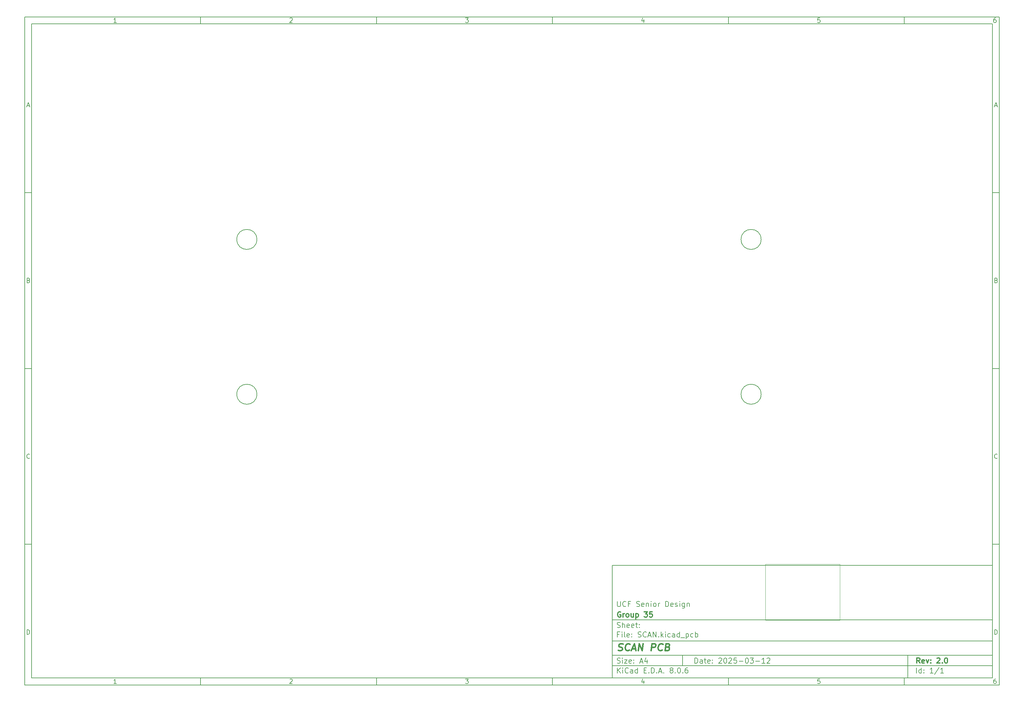
<source format=gbr>
G04 #@! TF.GenerationSoftware,KiCad,Pcbnew,8.0.6*
G04 #@! TF.CreationDate,2025-03-13T06:21:31-04:00*
G04 #@! TF.ProjectId,SCAN,5343414e-2e6b-4696-9361-645f70636258,2.0*
G04 #@! TF.SameCoordinates,Original*
G04 #@! TF.FileFunction,Other,Comment*
%FSLAX46Y46*%
G04 Gerber Fmt 4.6, Leading zero omitted, Abs format (unit mm)*
G04 Created by KiCad (PCBNEW 8.0.6) date 2025-03-13 06:21:31*
%MOMM*%
%LPD*%
G01*
G04 APERTURE LIST*
%ADD10C,0.100000*%
%ADD11C,0.150000*%
%ADD12C,0.300000*%
%ADD13C,0.400000*%
G04 APERTURE END LIST*
D10*
X220538867Y-165653700D02*
X220538867Y-181528700D01*
X241705533Y-181528700D01*
X241705533Y-165653700D01*
X220538867Y-165653700D01*
D11*
X177002200Y-166007200D02*
X285002200Y-166007200D01*
X285002200Y-198007200D01*
X177002200Y-198007200D01*
X177002200Y-166007200D01*
D10*
D11*
X10000000Y-10000000D02*
X287002200Y-10000000D01*
X287002200Y-200007200D01*
X10000000Y-200007200D01*
X10000000Y-10000000D01*
D10*
D11*
X12000000Y-12000000D02*
X285002200Y-12000000D01*
X285002200Y-198007200D01*
X12000000Y-198007200D01*
X12000000Y-12000000D01*
D10*
D11*
X60000000Y-12000000D02*
X60000000Y-10000000D01*
D10*
D11*
X110000000Y-12000000D02*
X110000000Y-10000000D01*
D10*
D11*
X160000000Y-12000000D02*
X160000000Y-10000000D01*
D10*
D11*
X210000000Y-12000000D02*
X210000000Y-10000000D01*
D10*
D11*
X260000000Y-12000000D02*
X260000000Y-10000000D01*
D10*
D11*
X36089160Y-11593604D02*
X35346303Y-11593604D01*
X35717731Y-11593604D02*
X35717731Y-10293604D01*
X35717731Y-10293604D02*
X35593922Y-10479319D01*
X35593922Y-10479319D02*
X35470112Y-10603128D01*
X35470112Y-10603128D02*
X35346303Y-10665033D01*
D10*
D11*
X85346303Y-10417414D02*
X85408207Y-10355509D01*
X85408207Y-10355509D02*
X85532017Y-10293604D01*
X85532017Y-10293604D02*
X85841541Y-10293604D01*
X85841541Y-10293604D02*
X85965350Y-10355509D01*
X85965350Y-10355509D02*
X86027255Y-10417414D01*
X86027255Y-10417414D02*
X86089160Y-10541223D01*
X86089160Y-10541223D02*
X86089160Y-10665033D01*
X86089160Y-10665033D02*
X86027255Y-10850747D01*
X86027255Y-10850747D02*
X85284398Y-11593604D01*
X85284398Y-11593604D02*
X86089160Y-11593604D01*
D10*
D11*
X135284398Y-10293604D02*
X136089160Y-10293604D01*
X136089160Y-10293604D02*
X135655826Y-10788842D01*
X135655826Y-10788842D02*
X135841541Y-10788842D01*
X135841541Y-10788842D02*
X135965350Y-10850747D01*
X135965350Y-10850747D02*
X136027255Y-10912652D01*
X136027255Y-10912652D02*
X136089160Y-11036461D01*
X136089160Y-11036461D02*
X136089160Y-11345985D01*
X136089160Y-11345985D02*
X136027255Y-11469795D01*
X136027255Y-11469795D02*
X135965350Y-11531700D01*
X135965350Y-11531700D02*
X135841541Y-11593604D01*
X135841541Y-11593604D02*
X135470112Y-11593604D01*
X135470112Y-11593604D02*
X135346303Y-11531700D01*
X135346303Y-11531700D02*
X135284398Y-11469795D01*
D10*
D11*
X185965350Y-10726938D02*
X185965350Y-11593604D01*
X185655826Y-10231700D02*
X185346303Y-11160271D01*
X185346303Y-11160271D02*
X186151064Y-11160271D01*
D10*
D11*
X236027255Y-10293604D02*
X235408207Y-10293604D01*
X235408207Y-10293604D02*
X235346303Y-10912652D01*
X235346303Y-10912652D02*
X235408207Y-10850747D01*
X235408207Y-10850747D02*
X235532017Y-10788842D01*
X235532017Y-10788842D02*
X235841541Y-10788842D01*
X235841541Y-10788842D02*
X235965350Y-10850747D01*
X235965350Y-10850747D02*
X236027255Y-10912652D01*
X236027255Y-10912652D02*
X236089160Y-11036461D01*
X236089160Y-11036461D02*
X236089160Y-11345985D01*
X236089160Y-11345985D02*
X236027255Y-11469795D01*
X236027255Y-11469795D02*
X235965350Y-11531700D01*
X235965350Y-11531700D02*
X235841541Y-11593604D01*
X235841541Y-11593604D02*
X235532017Y-11593604D01*
X235532017Y-11593604D02*
X235408207Y-11531700D01*
X235408207Y-11531700D02*
X235346303Y-11469795D01*
D10*
D11*
X285965350Y-10293604D02*
X285717731Y-10293604D01*
X285717731Y-10293604D02*
X285593922Y-10355509D01*
X285593922Y-10355509D02*
X285532017Y-10417414D01*
X285532017Y-10417414D02*
X285408207Y-10603128D01*
X285408207Y-10603128D02*
X285346303Y-10850747D01*
X285346303Y-10850747D02*
X285346303Y-11345985D01*
X285346303Y-11345985D02*
X285408207Y-11469795D01*
X285408207Y-11469795D02*
X285470112Y-11531700D01*
X285470112Y-11531700D02*
X285593922Y-11593604D01*
X285593922Y-11593604D02*
X285841541Y-11593604D01*
X285841541Y-11593604D02*
X285965350Y-11531700D01*
X285965350Y-11531700D02*
X286027255Y-11469795D01*
X286027255Y-11469795D02*
X286089160Y-11345985D01*
X286089160Y-11345985D02*
X286089160Y-11036461D01*
X286089160Y-11036461D02*
X286027255Y-10912652D01*
X286027255Y-10912652D02*
X285965350Y-10850747D01*
X285965350Y-10850747D02*
X285841541Y-10788842D01*
X285841541Y-10788842D02*
X285593922Y-10788842D01*
X285593922Y-10788842D02*
X285470112Y-10850747D01*
X285470112Y-10850747D02*
X285408207Y-10912652D01*
X285408207Y-10912652D02*
X285346303Y-11036461D01*
D10*
D11*
X60000000Y-198007200D02*
X60000000Y-200007200D01*
D10*
D11*
X110000000Y-198007200D02*
X110000000Y-200007200D01*
D10*
D11*
X160000000Y-198007200D02*
X160000000Y-200007200D01*
D10*
D11*
X210000000Y-198007200D02*
X210000000Y-200007200D01*
D10*
D11*
X260000000Y-198007200D02*
X260000000Y-200007200D01*
D10*
D11*
X36089160Y-199600804D02*
X35346303Y-199600804D01*
X35717731Y-199600804D02*
X35717731Y-198300804D01*
X35717731Y-198300804D02*
X35593922Y-198486519D01*
X35593922Y-198486519D02*
X35470112Y-198610328D01*
X35470112Y-198610328D02*
X35346303Y-198672233D01*
D10*
D11*
X85346303Y-198424614D02*
X85408207Y-198362709D01*
X85408207Y-198362709D02*
X85532017Y-198300804D01*
X85532017Y-198300804D02*
X85841541Y-198300804D01*
X85841541Y-198300804D02*
X85965350Y-198362709D01*
X85965350Y-198362709D02*
X86027255Y-198424614D01*
X86027255Y-198424614D02*
X86089160Y-198548423D01*
X86089160Y-198548423D02*
X86089160Y-198672233D01*
X86089160Y-198672233D02*
X86027255Y-198857947D01*
X86027255Y-198857947D02*
X85284398Y-199600804D01*
X85284398Y-199600804D02*
X86089160Y-199600804D01*
D10*
D11*
X135284398Y-198300804D02*
X136089160Y-198300804D01*
X136089160Y-198300804D02*
X135655826Y-198796042D01*
X135655826Y-198796042D02*
X135841541Y-198796042D01*
X135841541Y-198796042D02*
X135965350Y-198857947D01*
X135965350Y-198857947D02*
X136027255Y-198919852D01*
X136027255Y-198919852D02*
X136089160Y-199043661D01*
X136089160Y-199043661D02*
X136089160Y-199353185D01*
X136089160Y-199353185D02*
X136027255Y-199476995D01*
X136027255Y-199476995D02*
X135965350Y-199538900D01*
X135965350Y-199538900D02*
X135841541Y-199600804D01*
X135841541Y-199600804D02*
X135470112Y-199600804D01*
X135470112Y-199600804D02*
X135346303Y-199538900D01*
X135346303Y-199538900D02*
X135284398Y-199476995D01*
D10*
D11*
X185965350Y-198734138D02*
X185965350Y-199600804D01*
X185655826Y-198238900D02*
X185346303Y-199167471D01*
X185346303Y-199167471D02*
X186151064Y-199167471D01*
D10*
D11*
X236027255Y-198300804D02*
X235408207Y-198300804D01*
X235408207Y-198300804D02*
X235346303Y-198919852D01*
X235346303Y-198919852D02*
X235408207Y-198857947D01*
X235408207Y-198857947D02*
X235532017Y-198796042D01*
X235532017Y-198796042D02*
X235841541Y-198796042D01*
X235841541Y-198796042D02*
X235965350Y-198857947D01*
X235965350Y-198857947D02*
X236027255Y-198919852D01*
X236027255Y-198919852D02*
X236089160Y-199043661D01*
X236089160Y-199043661D02*
X236089160Y-199353185D01*
X236089160Y-199353185D02*
X236027255Y-199476995D01*
X236027255Y-199476995D02*
X235965350Y-199538900D01*
X235965350Y-199538900D02*
X235841541Y-199600804D01*
X235841541Y-199600804D02*
X235532017Y-199600804D01*
X235532017Y-199600804D02*
X235408207Y-199538900D01*
X235408207Y-199538900D02*
X235346303Y-199476995D01*
D10*
D11*
X285965350Y-198300804D02*
X285717731Y-198300804D01*
X285717731Y-198300804D02*
X285593922Y-198362709D01*
X285593922Y-198362709D02*
X285532017Y-198424614D01*
X285532017Y-198424614D02*
X285408207Y-198610328D01*
X285408207Y-198610328D02*
X285346303Y-198857947D01*
X285346303Y-198857947D02*
X285346303Y-199353185D01*
X285346303Y-199353185D02*
X285408207Y-199476995D01*
X285408207Y-199476995D02*
X285470112Y-199538900D01*
X285470112Y-199538900D02*
X285593922Y-199600804D01*
X285593922Y-199600804D02*
X285841541Y-199600804D01*
X285841541Y-199600804D02*
X285965350Y-199538900D01*
X285965350Y-199538900D02*
X286027255Y-199476995D01*
X286027255Y-199476995D02*
X286089160Y-199353185D01*
X286089160Y-199353185D02*
X286089160Y-199043661D01*
X286089160Y-199043661D02*
X286027255Y-198919852D01*
X286027255Y-198919852D02*
X285965350Y-198857947D01*
X285965350Y-198857947D02*
X285841541Y-198796042D01*
X285841541Y-198796042D02*
X285593922Y-198796042D01*
X285593922Y-198796042D02*
X285470112Y-198857947D01*
X285470112Y-198857947D02*
X285408207Y-198919852D01*
X285408207Y-198919852D02*
X285346303Y-199043661D01*
D10*
D11*
X10000000Y-60000000D02*
X12000000Y-60000000D01*
D10*
D11*
X10000000Y-110000000D02*
X12000000Y-110000000D01*
D10*
D11*
X10000000Y-160000000D02*
X12000000Y-160000000D01*
D10*
D11*
X10690476Y-35222176D02*
X11309523Y-35222176D01*
X10566666Y-35593604D02*
X10999999Y-34293604D01*
X10999999Y-34293604D02*
X11433333Y-35593604D01*
D10*
D11*
X11092857Y-84912652D02*
X11278571Y-84974557D01*
X11278571Y-84974557D02*
X11340476Y-85036461D01*
X11340476Y-85036461D02*
X11402380Y-85160271D01*
X11402380Y-85160271D02*
X11402380Y-85345985D01*
X11402380Y-85345985D02*
X11340476Y-85469795D01*
X11340476Y-85469795D02*
X11278571Y-85531700D01*
X11278571Y-85531700D02*
X11154761Y-85593604D01*
X11154761Y-85593604D02*
X10659523Y-85593604D01*
X10659523Y-85593604D02*
X10659523Y-84293604D01*
X10659523Y-84293604D02*
X11092857Y-84293604D01*
X11092857Y-84293604D02*
X11216666Y-84355509D01*
X11216666Y-84355509D02*
X11278571Y-84417414D01*
X11278571Y-84417414D02*
X11340476Y-84541223D01*
X11340476Y-84541223D02*
X11340476Y-84665033D01*
X11340476Y-84665033D02*
X11278571Y-84788842D01*
X11278571Y-84788842D02*
X11216666Y-84850747D01*
X11216666Y-84850747D02*
X11092857Y-84912652D01*
X11092857Y-84912652D02*
X10659523Y-84912652D01*
D10*
D11*
X11402380Y-135469795D02*
X11340476Y-135531700D01*
X11340476Y-135531700D02*
X11154761Y-135593604D01*
X11154761Y-135593604D02*
X11030952Y-135593604D01*
X11030952Y-135593604D02*
X10845238Y-135531700D01*
X10845238Y-135531700D02*
X10721428Y-135407890D01*
X10721428Y-135407890D02*
X10659523Y-135284080D01*
X10659523Y-135284080D02*
X10597619Y-135036461D01*
X10597619Y-135036461D02*
X10597619Y-134850747D01*
X10597619Y-134850747D02*
X10659523Y-134603128D01*
X10659523Y-134603128D02*
X10721428Y-134479319D01*
X10721428Y-134479319D02*
X10845238Y-134355509D01*
X10845238Y-134355509D02*
X11030952Y-134293604D01*
X11030952Y-134293604D02*
X11154761Y-134293604D01*
X11154761Y-134293604D02*
X11340476Y-134355509D01*
X11340476Y-134355509D02*
X11402380Y-134417414D01*
D10*
D11*
X10659523Y-185593604D02*
X10659523Y-184293604D01*
X10659523Y-184293604D02*
X10969047Y-184293604D01*
X10969047Y-184293604D02*
X11154761Y-184355509D01*
X11154761Y-184355509D02*
X11278571Y-184479319D01*
X11278571Y-184479319D02*
X11340476Y-184603128D01*
X11340476Y-184603128D02*
X11402380Y-184850747D01*
X11402380Y-184850747D02*
X11402380Y-185036461D01*
X11402380Y-185036461D02*
X11340476Y-185284080D01*
X11340476Y-185284080D02*
X11278571Y-185407890D01*
X11278571Y-185407890D02*
X11154761Y-185531700D01*
X11154761Y-185531700D02*
X10969047Y-185593604D01*
X10969047Y-185593604D02*
X10659523Y-185593604D01*
D10*
D11*
X287002200Y-60000000D02*
X285002200Y-60000000D01*
D10*
D11*
X287002200Y-110000000D02*
X285002200Y-110000000D01*
D10*
D11*
X287002200Y-160000000D02*
X285002200Y-160000000D01*
D10*
D11*
X285692676Y-35222176D02*
X286311723Y-35222176D01*
X285568866Y-35593604D02*
X286002199Y-34293604D01*
X286002199Y-34293604D02*
X286435533Y-35593604D01*
D10*
D11*
X286095057Y-84912652D02*
X286280771Y-84974557D01*
X286280771Y-84974557D02*
X286342676Y-85036461D01*
X286342676Y-85036461D02*
X286404580Y-85160271D01*
X286404580Y-85160271D02*
X286404580Y-85345985D01*
X286404580Y-85345985D02*
X286342676Y-85469795D01*
X286342676Y-85469795D02*
X286280771Y-85531700D01*
X286280771Y-85531700D02*
X286156961Y-85593604D01*
X286156961Y-85593604D02*
X285661723Y-85593604D01*
X285661723Y-85593604D02*
X285661723Y-84293604D01*
X285661723Y-84293604D02*
X286095057Y-84293604D01*
X286095057Y-84293604D02*
X286218866Y-84355509D01*
X286218866Y-84355509D02*
X286280771Y-84417414D01*
X286280771Y-84417414D02*
X286342676Y-84541223D01*
X286342676Y-84541223D02*
X286342676Y-84665033D01*
X286342676Y-84665033D02*
X286280771Y-84788842D01*
X286280771Y-84788842D02*
X286218866Y-84850747D01*
X286218866Y-84850747D02*
X286095057Y-84912652D01*
X286095057Y-84912652D02*
X285661723Y-84912652D01*
D10*
D11*
X286404580Y-135469795D02*
X286342676Y-135531700D01*
X286342676Y-135531700D02*
X286156961Y-135593604D01*
X286156961Y-135593604D02*
X286033152Y-135593604D01*
X286033152Y-135593604D02*
X285847438Y-135531700D01*
X285847438Y-135531700D02*
X285723628Y-135407890D01*
X285723628Y-135407890D02*
X285661723Y-135284080D01*
X285661723Y-135284080D02*
X285599819Y-135036461D01*
X285599819Y-135036461D02*
X285599819Y-134850747D01*
X285599819Y-134850747D02*
X285661723Y-134603128D01*
X285661723Y-134603128D02*
X285723628Y-134479319D01*
X285723628Y-134479319D02*
X285847438Y-134355509D01*
X285847438Y-134355509D02*
X286033152Y-134293604D01*
X286033152Y-134293604D02*
X286156961Y-134293604D01*
X286156961Y-134293604D02*
X286342676Y-134355509D01*
X286342676Y-134355509D02*
X286404580Y-134417414D01*
D10*
D11*
X285661723Y-185593604D02*
X285661723Y-184293604D01*
X285661723Y-184293604D02*
X285971247Y-184293604D01*
X285971247Y-184293604D02*
X286156961Y-184355509D01*
X286156961Y-184355509D02*
X286280771Y-184479319D01*
X286280771Y-184479319D02*
X286342676Y-184603128D01*
X286342676Y-184603128D02*
X286404580Y-184850747D01*
X286404580Y-184850747D02*
X286404580Y-185036461D01*
X286404580Y-185036461D02*
X286342676Y-185284080D01*
X286342676Y-185284080D02*
X286280771Y-185407890D01*
X286280771Y-185407890D02*
X286156961Y-185531700D01*
X286156961Y-185531700D02*
X285971247Y-185593604D01*
X285971247Y-185593604D02*
X285661723Y-185593604D01*
D10*
D11*
X200458026Y-193793328D02*
X200458026Y-192293328D01*
X200458026Y-192293328D02*
X200815169Y-192293328D01*
X200815169Y-192293328D02*
X201029455Y-192364757D01*
X201029455Y-192364757D02*
X201172312Y-192507614D01*
X201172312Y-192507614D02*
X201243741Y-192650471D01*
X201243741Y-192650471D02*
X201315169Y-192936185D01*
X201315169Y-192936185D02*
X201315169Y-193150471D01*
X201315169Y-193150471D02*
X201243741Y-193436185D01*
X201243741Y-193436185D02*
X201172312Y-193579042D01*
X201172312Y-193579042D02*
X201029455Y-193721900D01*
X201029455Y-193721900D02*
X200815169Y-193793328D01*
X200815169Y-193793328D02*
X200458026Y-193793328D01*
X202600884Y-193793328D02*
X202600884Y-193007614D01*
X202600884Y-193007614D02*
X202529455Y-192864757D01*
X202529455Y-192864757D02*
X202386598Y-192793328D01*
X202386598Y-192793328D02*
X202100884Y-192793328D01*
X202100884Y-192793328D02*
X201958026Y-192864757D01*
X202600884Y-193721900D02*
X202458026Y-193793328D01*
X202458026Y-193793328D02*
X202100884Y-193793328D01*
X202100884Y-193793328D02*
X201958026Y-193721900D01*
X201958026Y-193721900D02*
X201886598Y-193579042D01*
X201886598Y-193579042D02*
X201886598Y-193436185D01*
X201886598Y-193436185D02*
X201958026Y-193293328D01*
X201958026Y-193293328D02*
X202100884Y-193221900D01*
X202100884Y-193221900D02*
X202458026Y-193221900D01*
X202458026Y-193221900D02*
X202600884Y-193150471D01*
X203100884Y-192793328D02*
X203672312Y-192793328D01*
X203315169Y-192293328D02*
X203315169Y-193579042D01*
X203315169Y-193579042D02*
X203386598Y-193721900D01*
X203386598Y-193721900D02*
X203529455Y-193793328D01*
X203529455Y-193793328D02*
X203672312Y-193793328D01*
X204743741Y-193721900D02*
X204600884Y-193793328D01*
X204600884Y-193793328D02*
X204315170Y-193793328D01*
X204315170Y-193793328D02*
X204172312Y-193721900D01*
X204172312Y-193721900D02*
X204100884Y-193579042D01*
X204100884Y-193579042D02*
X204100884Y-193007614D01*
X204100884Y-193007614D02*
X204172312Y-192864757D01*
X204172312Y-192864757D02*
X204315170Y-192793328D01*
X204315170Y-192793328D02*
X204600884Y-192793328D01*
X204600884Y-192793328D02*
X204743741Y-192864757D01*
X204743741Y-192864757D02*
X204815170Y-193007614D01*
X204815170Y-193007614D02*
X204815170Y-193150471D01*
X204815170Y-193150471D02*
X204100884Y-193293328D01*
X205458026Y-193650471D02*
X205529455Y-193721900D01*
X205529455Y-193721900D02*
X205458026Y-193793328D01*
X205458026Y-193793328D02*
X205386598Y-193721900D01*
X205386598Y-193721900D02*
X205458026Y-193650471D01*
X205458026Y-193650471D02*
X205458026Y-193793328D01*
X205458026Y-192864757D02*
X205529455Y-192936185D01*
X205529455Y-192936185D02*
X205458026Y-193007614D01*
X205458026Y-193007614D02*
X205386598Y-192936185D01*
X205386598Y-192936185D02*
X205458026Y-192864757D01*
X205458026Y-192864757D02*
X205458026Y-193007614D01*
X207243741Y-192436185D02*
X207315169Y-192364757D01*
X207315169Y-192364757D02*
X207458027Y-192293328D01*
X207458027Y-192293328D02*
X207815169Y-192293328D01*
X207815169Y-192293328D02*
X207958027Y-192364757D01*
X207958027Y-192364757D02*
X208029455Y-192436185D01*
X208029455Y-192436185D02*
X208100884Y-192579042D01*
X208100884Y-192579042D02*
X208100884Y-192721900D01*
X208100884Y-192721900D02*
X208029455Y-192936185D01*
X208029455Y-192936185D02*
X207172312Y-193793328D01*
X207172312Y-193793328D02*
X208100884Y-193793328D01*
X209029455Y-192293328D02*
X209172312Y-192293328D01*
X209172312Y-192293328D02*
X209315169Y-192364757D01*
X209315169Y-192364757D02*
X209386598Y-192436185D01*
X209386598Y-192436185D02*
X209458026Y-192579042D01*
X209458026Y-192579042D02*
X209529455Y-192864757D01*
X209529455Y-192864757D02*
X209529455Y-193221900D01*
X209529455Y-193221900D02*
X209458026Y-193507614D01*
X209458026Y-193507614D02*
X209386598Y-193650471D01*
X209386598Y-193650471D02*
X209315169Y-193721900D01*
X209315169Y-193721900D02*
X209172312Y-193793328D01*
X209172312Y-193793328D02*
X209029455Y-193793328D01*
X209029455Y-193793328D02*
X208886598Y-193721900D01*
X208886598Y-193721900D02*
X208815169Y-193650471D01*
X208815169Y-193650471D02*
X208743740Y-193507614D01*
X208743740Y-193507614D02*
X208672312Y-193221900D01*
X208672312Y-193221900D02*
X208672312Y-192864757D01*
X208672312Y-192864757D02*
X208743740Y-192579042D01*
X208743740Y-192579042D02*
X208815169Y-192436185D01*
X208815169Y-192436185D02*
X208886598Y-192364757D01*
X208886598Y-192364757D02*
X209029455Y-192293328D01*
X210100883Y-192436185D02*
X210172311Y-192364757D01*
X210172311Y-192364757D02*
X210315169Y-192293328D01*
X210315169Y-192293328D02*
X210672311Y-192293328D01*
X210672311Y-192293328D02*
X210815169Y-192364757D01*
X210815169Y-192364757D02*
X210886597Y-192436185D01*
X210886597Y-192436185D02*
X210958026Y-192579042D01*
X210958026Y-192579042D02*
X210958026Y-192721900D01*
X210958026Y-192721900D02*
X210886597Y-192936185D01*
X210886597Y-192936185D02*
X210029454Y-193793328D01*
X210029454Y-193793328D02*
X210958026Y-193793328D01*
X212315168Y-192293328D02*
X211600882Y-192293328D01*
X211600882Y-192293328D02*
X211529454Y-193007614D01*
X211529454Y-193007614D02*
X211600882Y-192936185D01*
X211600882Y-192936185D02*
X211743740Y-192864757D01*
X211743740Y-192864757D02*
X212100882Y-192864757D01*
X212100882Y-192864757D02*
X212243740Y-192936185D01*
X212243740Y-192936185D02*
X212315168Y-193007614D01*
X212315168Y-193007614D02*
X212386597Y-193150471D01*
X212386597Y-193150471D02*
X212386597Y-193507614D01*
X212386597Y-193507614D02*
X212315168Y-193650471D01*
X212315168Y-193650471D02*
X212243740Y-193721900D01*
X212243740Y-193721900D02*
X212100882Y-193793328D01*
X212100882Y-193793328D02*
X211743740Y-193793328D01*
X211743740Y-193793328D02*
X211600882Y-193721900D01*
X211600882Y-193721900D02*
X211529454Y-193650471D01*
X213029453Y-193221900D02*
X214172311Y-193221900D01*
X215172311Y-192293328D02*
X215315168Y-192293328D01*
X215315168Y-192293328D02*
X215458025Y-192364757D01*
X215458025Y-192364757D02*
X215529454Y-192436185D01*
X215529454Y-192436185D02*
X215600882Y-192579042D01*
X215600882Y-192579042D02*
X215672311Y-192864757D01*
X215672311Y-192864757D02*
X215672311Y-193221900D01*
X215672311Y-193221900D02*
X215600882Y-193507614D01*
X215600882Y-193507614D02*
X215529454Y-193650471D01*
X215529454Y-193650471D02*
X215458025Y-193721900D01*
X215458025Y-193721900D02*
X215315168Y-193793328D01*
X215315168Y-193793328D02*
X215172311Y-193793328D01*
X215172311Y-193793328D02*
X215029454Y-193721900D01*
X215029454Y-193721900D02*
X214958025Y-193650471D01*
X214958025Y-193650471D02*
X214886596Y-193507614D01*
X214886596Y-193507614D02*
X214815168Y-193221900D01*
X214815168Y-193221900D02*
X214815168Y-192864757D01*
X214815168Y-192864757D02*
X214886596Y-192579042D01*
X214886596Y-192579042D02*
X214958025Y-192436185D01*
X214958025Y-192436185D02*
X215029454Y-192364757D01*
X215029454Y-192364757D02*
X215172311Y-192293328D01*
X216172310Y-192293328D02*
X217100882Y-192293328D01*
X217100882Y-192293328D02*
X216600882Y-192864757D01*
X216600882Y-192864757D02*
X216815167Y-192864757D01*
X216815167Y-192864757D02*
X216958025Y-192936185D01*
X216958025Y-192936185D02*
X217029453Y-193007614D01*
X217029453Y-193007614D02*
X217100882Y-193150471D01*
X217100882Y-193150471D02*
X217100882Y-193507614D01*
X217100882Y-193507614D02*
X217029453Y-193650471D01*
X217029453Y-193650471D02*
X216958025Y-193721900D01*
X216958025Y-193721900D02*
X216815167Y-193793328D01*
X216815167Y-193793328D02*
X216386596Y-193793328D01*
X216386596Y-193793328D02*
X216243739Y-193721900D01*
X216243739Y-193721900D02*
X216172310Y-193650471D01*
X217743738Y-193221900D02*
X218886596Y-193221900D01*
X220386596Y-193793328D02*
X219529453Y-193793328D01*
X219958024Y-193793328D02*
X219958024Y-192293328D01*
X219958024Y-192293328D02*
X219815167Y-192507614D01*
X219815167Y-192507614D02*
X219672310Y-192650471D01*
X219672310Y-192650471D02*
X219529453Y-192721900D01*
X220958024Y-192436185D02*
X221029452Y-192364757D01*
X221029452Y-192364757D02*
X221172310Y-192293328D01*
X221172310Y-192293328D02*
X221529452Y-192293328D01*
X221529452Y-192293328D02*
X221672310Y-192364757D01*
X221672310Y-192364757D02*
X221743738Y-192436185D01*
X221743738Y-192436185D02*
X221815167Y-192579042D01*
X221815167Y-192579042D02*
X221815167Y-192721900D01*
X221815167Y-192721900D02*
X221743738Y-192936185D01*
X221743738Y-192936185D02*
X220886595Y-193793328D01*
X220886595Y-193793328D02*
X221815167Y-193793328D01*
D10*
D11*
X177002200Y-194507200D02*
X285002200Y-194507200D01*
D10*
D11*
X178458026Y-196593328D02*
X178458026Y-195093328D01*
X179315169Y-196593328D02*
X178672312Y-195736185D01*
X179315169Y-195093328D02*
X178458026Y-195950471D01*
X179958026Y-196593328D02*
X179958026Y-195593328D01*
X179958026Y-195093328D02*
X179886598Y-195164757D01*
X179886598Y-195164757D02*
X179958026Y-195236185D01*
X179958026Y-195236185D02*
X180029455Y-195164757D01*
X180029455Y-195164757D02*
X179958026Y-195093328D01*
X179958026Y-195093328D02*
X179958026Y-195236185D01*
X181529455Y-196450471D02*
X181458027Y-196521900D01*
X181458027Y-196521900D02*
X181243741Y-196593328D01*
X181243741Y-196593328D02*
X181100884Y-196593328D01*
X181100884Y-196593328D02*
X180886598Y-196521900D01*
X180886598Y-196521900D02*
X180743741Y-196379042D01*
X180743741Y-196379042D02*
X180672312Y-196236185D01*
X180672312Y-196236185D02*
X180600884Y-195950471D01*
X180600884Y-195950471D02*
X180600884Y-195736185D01*
X180600884Y-195736185D02*
X180672312Y-195450471D01*
X180672312Y-195450471D02*
X180743741Y-195307614D01*
X180743741Y-195307614D02*
X180886598Y-195164757D01*
X180886598Y-195164757D02*
X181100884Y-195093328D01*
X181100884Y-195093328D02*
X181243741Y-195093328D01*
X181243741Y-195093328D02*
X181458027Y-195164757D01*
X181458027Y-195164757D02*
X181529455Y-195236185D01*
X182815170Y-196593328D02*
X182815170Y-195807614D01*
X182815170Y-195807614D02*
X182743741Y-195664757D01*
X182743741Y-195664757D02*
X182600884Y-195593328D01*
X182600884Y-195593328D02*
X182315170Y-195593328D01*
X182315170Y-195593328D02*
X182172312Y-195664757D01*
X182815170Y-196521900D02*
X182672312Y-196593328D01*
X182672312Y-196593328D02*
X182315170Y-196593328D01*
X182315170Y-196593328D02*
X182172312Y-196521900D01*
X182172312Y-196521900D02*
X182100884Y-196379042D01*
X182100884Y-196379042D02*
X182100884Y-196236185D01*
X182100884Y-196236185D02*
X182172312Y-196093328D01*
X182172312Y-196093328D02*
X182315170Y-196021900D01*
X182315170Y-196021900D02*
X182672312Y-196021900D01*
X182672312Y-196021900D02*
X182815170Y-195950471D01*
X184172313Y-196593328D02*
X184172313Y-195093328D01*
X184172313Y-196521900D02*
X184029455Y-196593328D01*
X184029455Y-196593328D02*
X183743741Y-196593328D01*
X183743741Y-196593328D02*
X183600884Y-196521900D01*
X183600884Y-196521900D02*
X183529455Y-196450471D01*
X183529455Y-196450471D02*
X183458027Y-196307614D01*
X183458027Y-196307614D02*
X183458027Y-195879042D01*
X183458027Y-195879042D02*
X183529455Y-195736185D01*
X183529455Y-195736185D02*
X183600884Y-195664757D01*
X183600884Y-195664757D02*
X183743741Y-195593328D01*
X183743741Y-195593328D02*
X184029455Y-195593328D01*
X184029455Y-195593328D02*
X184172313Y-195664757D01*
X186029455Y-195807614D02*
X186529455Y-195807614D01*
X186743741Y-196593328D02*
X186029455Y-196593328D01*
X186029455Y-196593328D02*
X186029455Y-195093328D01*
X186029455Y-195093328D02*
X186743741Y-195093328D01*
X187386598Y-196450471D02*
X187458027Y-196521900D01*
X187458027Y-196521900D02*
X187386598Y-196593328D01*
X187386598Y-196593328D02*
X187315170Y-196521900D01*
X187315170Y-196521900D02*
X187386598Y-196450471D01*
X187386598Y-196450471D02*
X187386598Y-196593328D01*
X188100884Y-196593328D02*
X188100884Y-195093328D01*
X188100884Y-195093328D02*
X188458027Y-195093328D01*
X188458027Y-195093328D02*
X188672313Y-195164757D01*
X188672313Y-195164757D02*
X188815170Y-195307614D01*
X188815170Y-195307614D02*
X188886599Y-195450471D01*
X188886599Y-195450471D02*
X188958027Y-195736185D01*
X188958027Y-195736185D02*
X188958027Y-195950471D01*
X188958027Y-195950471D02*
X188886599Y-196236185D01*
X188886599Y-196236185D02*
X188815170Y-196379042D01*
X188815170Y-196379042D02*
X188672313Y-196521900D01*
X188672313Y-196521900D02*
X188458027Y-196593328D01*
X188458027Y-196593328D02*
X188100884Y-196593328D01*
X189600884Y-196450471D02*
X189672313Y-196521900D01*
X189672313Y-196521900D02*
X189600884Y-196593328D01*
X189600884Y-196593328D02*
X189529456Y-196521900D01*
X189529456Y-196521900D02*
X189600884Y-196450471D01*
X189600884Y-196450471D02*
X189600884Y-196593328D01*
X190243742Y-196164757D02*
X190958028Y-196164757D01*
X190100885Y-196593328D02*
X190600885Y-195093328D01*
X190600885Y-195093328D02*
X191100885Y-196593328D01*
X191600884Y-196450471D02*
X191672313Y-196521900D01*
X191672313Y-196521900D02*
X191600884Y-196593328D01*
X191600884Y-196593328D02*
X191529456Y-196521900D01*
X191529456Y-196521900D02*
X191600884Y-196450471D01*
X191600884Y-196450471D02*
X191600884Y-196593328D01*
X193672313Y-195736185D02*
X193529456Y-195664757D01*
X193529456Y-195664757D02*
X193458027Y-195593328D01*
X193458027Y-195593328D02*
X193386599Y-195450471D01*
X193386599Y-195450471D02*
X193386599Y-195379042D01*
X193386599Y-195379042D02*
X193458027Y-195236185D01*
X193458027Y-195236185D02*
X193529456Y-195164757D01*
X193529456Y-195164757D02*
X193672313Y-195093328D01*
X193672313Y-195093328D02*
X193958027Y-195093328D01*
X193958027Y-195093328D02*
X194100885Y-195164757D01*
X194100885Y-195164757D02*
X194172313Y-195236185D01*
X194172313Y-195236185D02*
X194243742Y-195379042D01*
X194243742Y-195379042D02*
X194243742Y-195450471D01*
X194243742Y-195450471D02*
X194172313Y-195593328D01*
X194172313Y-195593328D02*
X194100885Y-195664757D01*
X194100885Y-195664757D02*
X193958027Y-195736185D01*
X193958027Y-195736185D02*
X193672313Y-195736185D01*
X193672313Y-195736185D02*
X193529456Y-195807614D01*
X193529456Y-195807614D02*
X193458027Y-195879042D01*
X193458027Y-195879042D02*
X193386599Y-196021900D01*
X193386599Y-196021900D02*
X193386599Y-196307614D01*
X193386599Y-196307614D02*
X193458027Y-196450471D01*
X193458027Y-196450471D02*
X193529456Y-196521900D01*
X193529456Y-196521900D02*
X193672313Y-196593328D01*
X193672313Y-196593328D02*
X193958027Y-196593328D01*
X193958027Y-196593328D02*
X194100885Y-196521900D01*
X194100885Y-196521900D02*
X194172313Y-196450471D01*
X194172313Y-196450471D02*
X194243742Y-196307614D01*
X194243742Y-196307614D02*
X194243742Y-196021900D01*
X194243742Y-196021900D02*
X194172313Y-195879042D01*
X194172313Y-195879042D02*
X194100885Y-195807614D01*
X194100885Y-195807614D02*
X193958027Y-195736185D01*
X194886598Y-196450471D02*
X194958027Y-196521900D01*
X194958027Y-196521900D02*
X194886598Y-196593328D01*
X194886598Y-196593328D02*
X194815170Y-196521900D01*
X194815170Y-196521900D02*
X194886598Y-196450471D01*
X194886598Y-196450471D02*
X194886598Y-196593328D01*
X195886599Y-195093328D02*
X196029456Y-195093328D01*
X196029456Y-195093328D02*
X196172313Y-195164757D01*
X196172313Y-195164757D02*
X196243742Y-195236185D01*
X196243742Y-195236185D02*
X196315170Y-195379042D01*
X196315170Y-195379042D02*
X196386599Y-195664757D01*
X196386599Y-195664757D02*
X196386599Y-196021900D01*
X196386599Y-196021900D02*
X196315170Y-196307614D01*
X196315170Y-196307614D02*
X196243742Y-196450471D01*
X196243742Y-196450471D02*
X196172313Y-196521900D01*
X196172313Y-196521900D02*
X196029456Y-196593328D01*
X196029456Y-196593328D02*
X195886599Y-196593328D01*
X195886599Y-196593328D02*
X195743742Y-196521900D01*
X195743742Y-196521900D02*
X195672313Y-196450471D01*
X195672313Y-196450471D02*
X195600884Y-196307614D01*
X195600884Y-196307614D02*
X195529456Y-196021900D01*
X195529456Y-196021900D02*
X195529456Y-195664757D01*
X195529456Y-195664757D02*
X195600884Y-195379042D01*
X195600884Y-195379042D02*
X195672313Y-195236185D01*
X195672313Y-195236185D02*
X195743742Y-195164757D01*
X195743742Y-195164757D02*
X195886599Y-195093328D01*
X197029455Y-196450471D02*
X197100884Y-196521900D01*
X197100884Y-196521900D02*
X197029455Y-196593328D01*
X197029455Y-196593328D02*
X196958027Y-196521900D01*
X196958027Y-196521900D02*
X197029455Y-196450471D01*
X197029455Y-196450471D02*
X197029455Y-196593328D01*
X198386599Y-195093328D02*
X198100884Y-195093328D01*
X198100884Y-195093328D02*
X197958027Y-195164757D01*
X197958027Y-195164757D02*
X197886599Y-195236185D01*
X197886599Y-195236185D02*
X197743741Y-195450471D01*
X197743741Y-195450471D02*
X197672313Y-195736185D01*
X197672313Y-195736185D02*
X197672313Y-196307614D01*
X197672313Y-196307614D02*
X197743741Y-196450471D01*
X197743741Y-196450471D02*
X197815170Y-196521900D01*
X197815170Y-196521900D02*
X197958027Y-196593328D01*
X197958027Y-196593328D02*
X198243741Y-196593328D01*
X198243741Y-196593328D02*
X198386599Y-196521900D01*
X198386599Y-196521900D02*
X198458027Y-196450471D01*
X198458027Y-196450471D02*
X198529456Y-196307614D01*
X198529456Y-196307614D02*
X198529456Y-195950471D01*
X198529456Y-195950471D02*
X198458027Y-195807614D01*
X198458027Y-195807614D02*
X198386599Y-195736185D01*
X198386599Y-195736185D02*
X198243741Y-195664757D01*
X198243741Y-195664757D02*
X197958027Y-195664757D01*
X197958027Y-195664757D02*
X197815170Y-195736185D01*
X197815170Y-195736185D02*
X197743741Y-195807614D01*
X197743741Y-195807614D02*
X197672313Y-195950471D01*
D10*
D11*
X177002200Y-191507200D02*
X285002200Y-191507200D01*
D10*
D12*
X264413853Y-193785528D02*
X263913853Y-193071242D01*
X263556710Y-193785528D02*
X263556710Y-192285528D01*
X263556710Y-192285528D02*
X264128139Y-192285528D01*
X264128139Y-192285528D02*
X264270996Y-192356957D01*
X264270996Y-192356957D02*
X264342425Y-192428385D01*
X264342425Y-192428385D02*
X264413853Y-192571242D01*
X264413853Y-192571242D02*
X264413853Y-192785528D01*
X264413853Y-192785528D02*
X264342425Y-192928385D01*
X264342425Y-192928385D02*
X264270996Y-192999814D01*
X264270996Y-192999814D02*
X264128139Y-193071242D01*
X264128139Y-193071242D02*
X263556710Y-193071242D01*
X265628139Y-193714100D02*
X265485282Y-193785528D01*
X265485282Y-193785528D02*
X265199568Y-193785528D01*
X265199568Y-193785528D02*
X265056710Y-193714100D01*
X265056710Y-193714100D02*
X264985282Y-193571242D01*
X264985282Y-193571242D02*
X264985282Y-192999814D01*
X264985282Y-192999814D02*
X265056710Y-192856957D01*
X265056710Y-192856957D02*
X265199568Y-192785528D01*
X265199568Y-192785528D02*
X265485282Y-192785528D01*
X265485282Y-192785528D02*
X265628139Y-192856957D01*
X265628139Y-192856957D02*
X265699568Y-192999814D01*
X265699568Y-192999814D02*
X265699568Y-193142671D01*
X265699568Y-193142671D02*
X264985282Y-193285528D01*
X266199567Y-192785528D02*
X266556710Y-193785528D01*
X266556710Y-193785528D02*
X266913853Y-192785528D01*
X267485281Y-193642671D02*
X267556710Y-193714100D01*
X267556710Y-193714100D02*
X267485281Y-193785528D01*
X267485281Y-193785528D02*
X267413853Y-193714100D01*
X267413853Y-193714100D02*
X267485281Y-193642671D01*
X267485281Y-193642671D02*
X267485281Y-193785528D01*
X267485281Y-192856957D02*
X267556710Y-192928385D01*
X267556710Y-192928385D02*
X267485281Y-192999814D01*
X267485281Y-192999814D02*
X267413853Y-192928385D01*
X267413853Y-192928385D02*
X267485281Y-192856957D01*
X267485281Y-192856957D02*
X267485281Y-192999814D01*
X269270996Y-192428385D02*
X269342424Y-192356957D01*
X269342424Y-192356957D02*
X269485282Y-192285528D01*
X269485282Y-192285528D02*
X269842424Y-192285528D01*
X269842424Y-192285528D02*
X269985282Y-192356957D01*
X269985282Y-192356957D02*
X270056710Y-192428385D01*
X270056710Y-192428385D02*
X270128139Y-192571242D01*
X270128139Y-192571242D02*
X270128139Y-192714100D01*
X270128139Y-192714100D02*
X270056710Y-192928385D01*
X270056710Y-192928385D02*
X269199567Y-193785528D01*
X269199567Y-193785528D02*
X270128139Y-193785528D01*
X270770995Y-193642671D02*
X270842424Y-193714100D01*
X270842424Y-193714100D02*
X270770995Y-193785528D01*
X270770995Y-193785528D02*
X270699567Y-193714100D01*
X270699567Y-193714100D02*
X270770995Y-193642671D01*
X270770995Y-193642671D02*
X270770995Y-193785528D01*
X271770996Y-192285528D02*
X271913853Y-192285528D01*
X271913853Y-192285528D02*
X272056710Y-192356957D01*
X272056710Y-192356957D02*
X272128139Y-192428385D01*
X272128139Y-192428385D02*
X272199567Y-192571242D01*
X272199567Y-192571242D02*
X272270996Y-192856957D01*
X272270996Y-192856957D02*
X272270996Y-193214100D01*
X272270996Y-193214100D02*
X272199567Y-193499814D01*
X272199567Y-193499814D02*
X272128139Y-193642671D01*
X272128139Y-193642671D02*
X272056710Y-193714100D01*
X272056710Y-193714100D02*
X271913853Y-193785528D01*
X271913853Y-193785528D02*
X271770996Y-193785528D01*
X271770996Y-193785528D02*
X271628139Y-193714100D01*
X271628139Y-193714100D02*
X271556710Y-193642671D01*
X271556710Y-193642671D02*
X271485281Y-193499814D01*
X271485281Y-193499814D02*
X271413853Y-193214100D01*
X271413853Y-193214100D02*
X271413853Y-192856957D01*
X271413853Y-192856957D02*
X271485281Y-192571242D01*
X271485281Y-192571242D02*
X271556710Y-192428385D01*
X271556710Y-192428385D02*
X271628139Y-192356957D01*
X271628139Y-192356957D02*
X271770996Y-192285528D01*
D10*
D11*
X178386598Y-193721900D02*
X178600884Y-193793328D01*
X178600884Y-193793328D02*
X178958026Y-193793328D01*
X178958026Y-193793328D02*
X179100884Y-193721900D01*
X179100884Y-193721900D02*
X179172312Y-193650471D01*
X179172312Y-193650471D02*
X179243741Y-193507614D01*
X179243741Y-193507614D02*
X179243741Y-193364757D01*
X179243741Y-193364757D02*
X179172312Y-193221900D01*
X179172312Y-193221900D02*
X179100884Y-193150471D01*
X179100884Y-193150471D02*
X178958026Y-193079042D01*
X178958026Y-193079042D02*
X178672312Y-193007614D01*
X178672312Y-193007614D02*
X178529455Y-192936185D01*
X178529455Y-192936185D02*
X178458026Y-192864757D01*
X178458026Y-192864757D02*
X178386598Y-192721900D01*
X178386598Y-192721900D02*
X178386598Y-192579042D01*
X178386598Y-192579042D02*
X178458026Y-192436185D01*
X178458026Y-192436185D02*
X178529455Y-192364757D01*
X178529455Y-192364757D02*
X178672312Y-192293328D01*
X178672312Y-192293328D02*
X179029455Y-192293328D01*
X179029455Y-192293328D02*
X179243741Y-192364757D01*
X179886597Y-193793328D02*
X179886597Y-192793328D01*
X179886597Y-192293328D02*
X179815169Y-192364757D01*
X179815169Y-192364757D02*
X179886597Y-192436185D01*
X179886597Y-192436185D02*
X179958026Y-192364757D01*
X179958026Y-192364757D02*
X179886597Y-192293328D01*
X179886597Y-192293328D02*
X179886597Y-192436185D01*
X180458026Y-192793328D02*
X181243741Y-192793328D01*
X181243741Y-192793328D02*
X180458026Y-193793328D01*
X180458026Y-193793328D02*
X181243741Y-193793328D01*
X182386598Y-193721900D02*
X182243741Y-193793328D01*
X182243741Y-193793328D02*
X181958027Y-193793328D01*
X181958027Y-193793328D02*
X181815169Y-193721900D01*
X181815169Y-193721900D02*
X181743741Y-193579042D01*
X181743741Y-193579042D02*
X181743741Y-193007614D01*
X181743741Y-193007614D02*
X181815169Y-192864757D01*
X181815169Y-192864757D02*
X181958027Y-192793328D01*
X181958027Y-192793328D02*
X182243741Y-192793328D01*
X182243741Y-192793328D02*
X182386598Y-192864757D01*
X182386598Y-192864757D02*
X182458027Y-193007614D01*
X182458027Y-193007614D02*
X182458027Y-193150471D01*
X182458027Y-193150471D02*
X181743741Y-193293328D01*
X183100883Y-193650471D02*
X183172312Y-193721900D01*
X183172312Y-193721900D02*
X183100883Y-193793328D01*
X183100883Y-193793328D02*
X183029455Y-193721900D01*
X183029455Y-193721900D02*
X183100883Y-193650471D01*
X183100883Y-193650471D02*
X183100883Y-193793328D01*
X183100883Y-192864757D02*
X183172312Y-192936185D01*
X183172312Y-192936185D02*
X183100883Y-193007614D01*
X183100883Y-193007614D02*
X183029455Y-192936185D01*
X183029455Y-192936185D02*
X183100883Y-192864757D01*
X183100883Y-192864757D02*
X183100883Y-193007614D01*
X184886598Y-193364757D02*
X185600884Y-193364757D01*
X184743741Y-193793328D02*
X185243741Y-192293328D01*
X185243741Y-192293328D02*
X185743741Y-193793328D01*
X186886598Y-192793328D02*
X186886598Y-193793328D01*
X186529455Y-192221900D02*
X186172312Y-193293328D01*
X186172312Y-193293328D02*
X187100883Y-193293328D01*
D10*
D11*
X263458026Y-196593328D02*
X263458026Y-195093328D01*
X264815170Y-196593328D02*
X264815170Y-195093328D01*
X264815170Y-196521900D02*
X264672312Y-196593328D01*
X264672312Y-196593328D02*
X264386598Y-196593328D01*
X264386598Y-196593328D02*
X264243741Y-196521900D01*
X264243741Y-196521900D02*
X264172312Y-196450471D01*
X264172312Y-196450471D02*
X264100884Y-196307614D01*
X264100884Y-196307614D02*
X264100884Y-195879042D01*
X264100884Y-195879042D02*
X264172312Y-195736185D01*
X264172312Y-195736185D02*
X264243741Y-195664757D01*
X264243741Y-195664757D02*
X264386598Y-195593328D01*
X264386598Y-195593328D02*
X264672312Y-195593328D01*
X264672312Y-195593328D02*
X264815170Y-195664757D01*
X265529455Y-196450471D02*
X265600884Y-196521900D01*
X265600884Y-196521900D02*
X265529455Y-196593328D01*
X265529455Y-196593328D02*
X265458027Y-196521900D01*
X265458027Y-196521900D02*
X265529455Y-196450471D01*
X265529455Y-196450471D02*
X265529455Y-196593328D01*
X265529455Y-195664757D02*
X265600884Y-195736185D01*
X265600884Y-195736185D02*
X265529455Y-195807614D01*
X265529455Y-195807614D02*
X265458027Y-195736185D01*
X265458027Y-195736185D02*
X265529455Y-195664757D01*
X265529455Y-195664757D02*
X265529455Y-195807614D01*
X268172313Y-196593328D02*
X267315170Y-196593328D01*
X267743741Y-196593328D02*
X267743741Y-195093328D01*
X267743741Y-195093328D02*
X267600884Y-195307614D01*
X267600884Y-195307614D02*
X267458027Y-195450471D01*
X267458027Y-195450471D02*
X267315170Y-195521900D01*
X269886598Y-195021900D02*
X268600884Y-196950471D01*
X271172313Y-196593328D02*
X270315170Y-196593328D01*
X270743741Y-196593328D02*
X270743741Y-195093328D01*
X270743741Y-195093328D02*
X270600884Y-195307614D01*
X270600884Y-195307614D02*
X270458027Y-195450471D01*
X270458027Y-195450471D02*
X270315170Y-195521900D01*
D10*
D11*
X177002200Y-187507200D02*
X285002200Y-187507200D01*
D10*
D13*
X178646309Y-190116400D02*
X178920118Y-190211638D01*
X178920118Y-190211638D02*
X179396309Y-190211638D01*
X179396309Y-190211638D02*
X179598690Y-190116400D01*
X179598690Y-190116400D02*
X179705833Y-190021161D01*
X179705833Y-190021161D02*
X179824880Y-189830685D01*
X179824880Y-189830685D02*
X179848690Y-189640209D01*
X179848690Y-189640209D02*
X179777261Y-189449733D01*
X179777261Y-189449733D02*
X179693928Y-189354495D01*
X179693928Y-189354495D02*
X179515357Y-189259257D01*
X179515357Y-189259257D02*
X179146309Y-189164019D01*
X179146309Y-189164019D02*
X178967737Y-189068780D01*
X178967737Y-189068780D02*
X178884404Y-188973542D01*
X178884404Y-188973542D02*
X178812976Y-188783066D01*
X178812976Y-188783066D02*
X178836785Y-188592590D01*
X178836785Y-188592590D02*
X178955833Y-188402114D01*
X178955833Y-188402114D02*
X179062976Y-188306876D01*
X179062976Y-188306876D02*
X179265357Y-188211638D01*
X179265357Y-188211638D02*
X179741547Y-188211638D01*
X179741547Y-188211638D02*
X180015357Y-188306876D01*
X181801071Y-190021161D02*
X181693928Y-190116400D01*
X181693928Y-190116400D02*
X181396309Y-190211638D01*
X181396309Y-190211638D02*
X181205833Y-190211638D01*
X181205833Y-190211638D02*
X180932023Y-190116400D01*
X180932023Y-190116400D02*
X180765357Y-189925923D01*
X180765357Y-189925923D02*
X180693928Y-189735447D01*
X180693928Y-189735447D02*
X180646309Y-189354495D01*
X180646309Y-189354495D02*
X180682023Y-189068780D01*
X180682023Y-189068780D02*
X180824880Y-188687828D01*
X180824880Y-188687828D02*
X180943928Y-188497352D01*
X180943928Y-188497352D02*
X181158214Y-188306876D01*
X181158214Y-188306876D02*
X181455833Y-188211638D01*
X181455833Y-188211638D02*
X181646309Y-188211638D01*
X181646309Y-188211638D02*
X181920119Y-188306876D01*
X181920119Y-188306876D02*
X182003452Y-188402114D01*
X182610595Y-189640209D02*
X183562976Y-189640209D01*
X182348690Y-190211638D02*
X183265357Y-188211638D01*
X183265357Y-188211638D02*
X183682023Y-190211638D01*
X184348690Y-190211638D02*
X184598690Y-188211638D01*
X184598690Y-188211638D02*
X185491547Y-190211638D01*
X185491547Y-190211638D02*
X185741547Y-188211638D01*
X187967738Y-190211638D02*
X188217738Y-188211638D01*
X188217738Y-188211638D02*
X188979643Y-188211638D01*
X188979643Y-188211638D02*
X189158214Y-188306876D01*
X189158214Y-188306876D02*
X189241548Y-188402114D01*
X189241548Y-188402114D02*
X189312976Y-188592590D01*
X189312976Y-188592590D02*
X189277262Y-188878304D01*
X189277262Y-188878304D02*
X189158214Y-189068780D01*
X189158214Y-189068780D02*
X189051072Y-189164019D01*
X189051072Y-189164019D02*
X188848691Y-189259257D01*
X188848691Y-189259257D02*
X188086786Y-189259257D01*
X191134405Y-190021161D02*
X191027262Y-190116400D01*
X191027262Y-190116400D02*
X190729643Y-190211638D01*
X190729643Y-190211638D02*
X190539167Y-190211638D01*
X190539167Y-190211638D02*
X190265357Y-190116400D01*
X190265357Y-190116400D02*
X190098691Y-189925923D01*
X190098691Y-189925923D02*
X190027262Y-189735447D01*
X190027262Y-189735447D02*
X189979643Y-189354495D01*
X189979643Y-189354495D02*
X190015357Y-189068780D01*
X190015357Y-189068780D02*
X190158214Y-188687828D01*
X190158214Y-188687828D02*
X190277262Y-188497352D01*
X190277262Y-188497352D02*
X190491548Y-188306876D01*
X190491548Y-188306876D02*
X190789167Y-188211638D01*
X190789167Y-188211638D02*
X190979643Y-188211638D01*
X190979643Y-188211638D02*
X191253453Y-188306876D01*
X191253453Y-188306876D02*
X191336786Y-188402114D01*
X192765357Y-189164019D02*
X193039167Y-189259257D01*
X193039167Y-189259257D02*
X193122500Y-189354495D01*
X193122500Y-189354495D02*
X193193929Y-189544971D01*
X193193929Y-189544971D02*
X193158214Y-189830685D01*
X193158214Y-189830685D02*
X193039167Y-190021161D01*
X193039167Y-190021161D02*
X192932024Y-190116400D01*
X192932024Y-190116400D02*
X192729643Y-190211638D01*
X192729643Y-190211638D02*
X191967738Y-190211638D01*
X191967738Y-190211638D02*
X192217738Y-188211638D01*
X192217738Y-188211638D02*
X192884405Y-188211638D01*
X192884405Y-188211638D02*
X193062976Y-188306876D01*
X193062976Y-188306876D02*
X193146310Y-188402114D01*
X193146310Y-188402114D02*
X193217738Y-188592590D01*
X193217738Y-188592590D02*
X193193929Y-188783066D01*
X193193929Y-188783066D02*
X193074881Y-188973542D01*
X193074881Y-188973542D02*
X192967738Y-189068780D01*
X192967738Y-189068780D02*
X192765357Y-189164019D01*
X192765357Y-189164019D02*
X192098691Y-189164019D01*
D10*
D11*
X178958026Y-185607614D02*
X178458026Y-185607614D01*
X178458026Y-186393328D02*
X178458026Y-184893328D01*
X178458026Y-184893328D02*
X179172312Y-184893328D01*
X179743740Y-186393328D02*
X179743740Y-185393328D01*
X179743740Y-184893328D02*
X179672312Y-184964757D01*
X179672312Y-184964757D02*
X179743740Y-185036185D01*
X179743740Y-185036185D02*
X179815169Y-184964757D01*
X179815169Y-184964757D02*
X179743740Y-184893328D01*
X179743740Y-184893328D02*
X179743740Y-185036185D01*
X180672312Y-186393328D02*
X180529455Y-186321900D01*
X180529455Y-186321900D02*
X180458026Y-186179042D01*
X180458026Y-186179042D02*
X180458026Y-184893328D01*
X181815169Y-186321900D02*
X181672312Y-186393328D01*
X181672312Y-186393328D02*
X181386598Y-186393328D01*
X181386598Y-186393328D02*
X181243740Y-186321900D01*
X181243740Y-186321900D02*
X181172312Y-186179042D01*
X181172312Y-186179042D02*
X181172312Y-185607614D01*
X181172312Y-185607614D02*
X181243740Y-185464757D01*
X181243740Y-185464757D02*
X181386598Y-185393328D01*
X181386598Y-185393328D02*
X181672312Y-185393328D01*
X181672312Y-185393328D02*
X181815169Y-185464757D01*
X181815169Y-185464757D02*
X181886598Y-185607614D01*
X181886598Y-185607614D02*
X181886598Y-185750471D01*
X181886598Y-185750471D02*
X181172312Y-185893328D01*
X182529454Y-186250471D02*
X182600883Y-186321900D01*
X182600883Y-186321900D02*
X182529454Y-186393328D01*
X182529454Y-186393328D02*
X182458026Y-186321900D01*
X182458026Y-186321900D02*
X182529454Y-186250471D01*
X182529454Y-186250471D02*
X182529454Y-186393328D01*
X182529454Y-185464757D02*
X182600883Y-185536185D01*
X182600883Y-185536185D02*
X182529454Y-185607614D01*
X182529454Y-185607614D02*
X182458026Y-185536185D01*
X182458026Y-185536185D02*
X182529454Y-185464757D01*
X182529454Y-185464757D02*
X182529454Y-185607614D01*
X184315169Y-186321900D02*
X184529455Y-186393328D01*
X184529455Y-186393328D02*
X184886597Y-186393328D01*
X184886597Y-186393328D02*
X185029455Y-186321900D01*
X185029455Y-186321900D02*
X185100883Y-186250471D01*
X185100883Y-186250471D02*
X185172312Y-186107614D01*
X185172312Y-186107614D02*
X185172312Y-185964757D01*
X185172312Y-185964757D02*
X185100883Y-185821900D01*
X185100883Y-185821900D02*
X185029455Y-185750471D01*
X185029455Y-185750471D02*
X184886597Y-185679042D01*
X184886597Y-185679042D02*
X184600883Y-185607614D01*
X184600883Y-185607614D02*
X184458026Y-185536185D01*
X184458026Y-185536185D02*
X184386597Y-185464757D01*
X184386597Y-185464757D02*
X184315169Y-185321900D01*
X184315169Y-185321900D02*
X184315169Y-185179042D01*
X184315169Y-185179042D02*
X184386597Y-185036185D01*
X184386597Y-185036185D02*
X184458026Y-184964757D01*
X184458026Y-184964757D02*
X184600883Y-184893328D01*
X184600883Y-184893328D02*
X184958026Y-184893328D01*
X184958026Y-184893328D02*
X185172312Y-184964757D01*
X186672311Y-186250471D02*
X186600883Y-186321900D01*
X186600883Y-186321900D02*
X186386597Y-186393328D01*
X186386597Y-186393328D02*
X186243740Y-186393328D01*
X186243740Y-186393328D02*
X186029454Y-186321900D01*
X186029454Y-186321900D02*
X185886597Y-186179042D01*
X185886597Y-186179042D02*
X185815168Y-186036185D01*
X185815168Y-186036185D02*
X185743740Y-185750471D01*
X185743740Y-185750471D02*
X185743740Y-185536185D01*
X185743740Y-185536185D02*
X185815168Y-185250471D01*
X185815168Y-185250471D02*
X185886597Y-185107614D01*
X185886597Y-185107614D02*
X186029454Y-184964757D01*
X186029454Y-184964757D02*
X186243740Y-184893328D01*
X186243740Y-184893328D02*
X186386597Y-184893328D01*
X186386597Y-184893328D02*
X186600883Y-184964757D01*
X186600883Y-184964757D02*
X186672311Y-185036185D01*
X187243740Y-185964757D02*
X187958026Y-185964757D01*
X187100883Y-186393328D02*
X187600883Y-184893328D01*
X187600883Y-184893328D02*
X188100883Y-186393328D01*
X188600882Y-186393328D02*
X188600882Y-184893328D01*
X188600882Y-184893328D02*
X189458025Y-186393328D01*
X189458025Y-186393328D02*
X189458025Y-184893328D01*
X190172311Y-186250471D02*
X190243740Y-186321900D01*
X190243740Y-186321900D02*
X190172311Y-186393328D01*
X190172311Y-186393328D02*
X190100883Y-186321900D01*
X190100883Y-186321900D02*
X190172311Y-186250471D01*
X190172311Y-186250471D02*
X190172311Y-186393328D01*
X190886597Y-186393328D02*
X190886597Y-184893328D01*
X191029455Y-185821900D02*
X191458026Y-186393328D01*
X191458026Y-185393328D02*
X190886597Y-185964757D01*
X192100883Y-186393328D02*
X192100883Y-185393328D01*
X192100883Y-184893328D02*
X192029455Y-184964757D01*
X192029455Y-184964757D02*
X192100883Y-185036185D01*
X192100883Y-185036185D02*
X192172312Y-184964757D01*
X192172312Y-184964757D02*
X192100883Y-184893328D01*
X192100883Y-184893328D02*
X192100883Y-185036185D01*
X193458027Y-186321900D02*
X193315169Y-186393328D01*
X193315169Y-186393328D02*
X193029455Y-186393328D01*
X193029455Y-186393328D02*
X192886598Y-186321900D01*
X192886598Y-186321900D02*
X192815169Y-186250471D01*
X192815169Y-186250471D02*
X192743741Y-186107614D01*
X192743741Y-186107614D02*
X192743741Y-185679042D01*
X192743741Y-185679042D02*
X192815169Y-185536185D01*
X192815169Y-185536185D02*
X192886598Y-185464757D01*
X192886598Y-185464757D02*
X193029455Y-185393328D01*
X193029455Y-185393328D02*
X193315169Y-185393328D01*
X193315169Y-185393328D02*
X193458027Y-185464757D01*
X194743741Y-186393328D02*
X194743741Y-185607614D01*
X194743741Y-185607614D02*
X194672312Y-185464757D01*
X194672312Y-185464757D02*
X194529455Y-185393328D01*
X194529455Y-185393328D02*
X194243741Y-185393328D01*
X194243741Y-185393328D02*
X194100883Y-185464757D01*
X194743741Y-186321900D02*
X194600883Y-186393328D01*
X194600883Y-186393328D02*
X194243741Y-186393328D01*
X194243741Y-186393328D02*
X194100883Y-186321900D01*
X194100883Y-186321900D02*
X194029455Y-186179042D01*
X194029455Y-186179042D02*
X194029455Y-186036185D01*
X194029455Y-186036185D02*
X194100883Y-185893328D01*
X194100883Y-185893328D02*
X194243741Y-185821900D01*
X194243741Y-185821900D02*
X194600883Y-185821900D01*
X194600883Y-185821900D02*
X194743741Y-185750471D01*
X196100884Y-186393328D02*
X196100884Y-184893328D01*
X196100884Y-186321900D02*
X195958026Y-186393328D01*
X195958026Y-186393328D02*
X195672312Y-186393328D01*
X195672312Y-186393328D02*
X195529455Y-186321900D01*
X195529455Y-186321900D02*
X195458026Y-186250471D01*
X195458026Y-186250471D02*
X195386598Y-186107614D01*
X195386598Y-186107614D02*
X195386598Y-185679042D01*
X195386598Y-185679042D02*
X195458026Y-185536185D01*
X195458026Y-185536185D02*
X195529455Y-185464757D01*
X195529455Y-185464757D02*
X195672312Y-185393328D01*
X195672312Y-185393328D02*
X195958026Y-185393328D01*
X195958026Y-185393328D02*
X196100884Y-185464757D01*
X196458027Y-186536185D02*
X197600884Y-186536185D01*
X197958026Y-185393328D02*
X197958026Y-186893328D01*
X197958026Y-185464757D02*
X198100884Y-185393328D01*
X198100884Y-185393328D02*
X198386598Y-185393328D01*
X198386598Y-185393328D02*
X198529455Y-185464757D01*
X198529455Y-185464757D02*
X198600884Y-185536185D01*
X198600884Y-185536185D02*
X198672312Y-185679042D01*
X198672312Y-185679042D02*
X198672312Y-186107614D01*
X198672312Y-186107614D02*
X198600884Y-186250471D01*
X198600884Y-186250471D02*
X198529455Y-186321900D01*
X198529455Y-186321900D02*
X198386598Y-186393328D01*
X198386598Y-186393328D02*
X198100884Y-186393328D01*
X198100884Y-186393328D02*
X197958026Y-186321900D01*
X199958027Y-186321900D02*
X199815169Y-186393328D01*
X199815169Y-186393328D02*
X199529455Y-186393328D01*
X199529455Y-186393328D02*
X199386598Y-186321900D01*
X199386598Y-186321900D02*
X199315169Y-186250471D01*
X199315169Y-186250471D02*
X199243741Y-186107614D01*
X199243741Y-186107614D02*
X199243741Y-185679042D01*
X199243741Y-185679042D02*
X199315169Y-185536185D01*
X199315169Y-185536185D02*
X199386598Y-185464757D01*
X199386598Y-185464757D02*
X199529455Y-185393328D01*
X199529455Y-185393328D02*
X199815169Y-185393328D01*
X199815169Y-185393328D02*
X199958027Y-185464757D01*
X200600883Y-186393328D02*
X200600883Y-184893328D01*
X200600883Y-185464757D02*
X200743741Y-185393328D01*
X200743741Y-185393328D02*
X201029455Y-185393328D01*
X201029455Y-185393328D02*
X201172312Y-185464757D01*
X201172312Y-185464757D02*
X201243741Y-185536185D01*
X201243741Y-185536185D02*
X201315169Y-185679042D01*
X201315169Y-185679042D02*
X201315169Y-186107614D01*
X201315169Y-186107614D02*
X201243741Y-186250471D01*
X201243741Y-186250471D02*
X201172312Y-186321900D01*
X201172312Y-186321900D02*
X201029455Y-186393328D01*
X201029455Y-186393328D02*
X200743741Y-186393328D01*
X200743741Y-186393328D02*
X200600883Y-186321900D01*
D10*
D11*
X177002200Y-181507200D02*
X285002200Y-181507200D01*
D10*
D11*
X178386598Y-183621900D02*
X178600884Y-183693328D01*
X178600884Y-183693328D02*
X178958026Y-183693328D01*
X178958026Y-183693328D02*
X179100884Y-183621900D01*
X179100884Y-183621900D02*
X179172312Y-183550471D01*
X179172312Y-183550471D02*
X179243741Y-183407614D01*
X179243741Y-183407614D02*
X179243741Y-183264757D01*
X179243741Y-183264757D02*
X179172312Y-183121900D01*
X179172312Y-183121900D02*
X179100884Y-183050471D01*
X179100884Y-183050471D02*
X178958026Y-182979042D01*
X178958026Y-182979042D02*
X178672312Y-182907614D01*
X178672312Y-182907614D02*
X178529455Y-182836185D01*
X178529455Y-182836185D02*
X178458026Y-182764757D01*
X178458026Y-182764757D02*
X178386598Y-182621900D01*
X178386598Y-182621900D02*
X178386598Y-182479042D01*
X178386598Y-182479042D02*
X178458026Y-182336185D01*
X178458026Y-182336185D02*
X178529455Y-182264757D01*
X178529455Y-182264757D02*
X178672312Y-182193328D01*
X178672312Y-182193328D02*
X179029455Y-182193328D01*
X179029455Y-182193328D02*
X179243741Y-182264757D01*
X179886597Y-183693328D02*
X179886597Y-182193328D01*
X180529455Y-183693328D02*
X180529455Y-182907614D01*
X180529455Y-182907614D02*
X180458026Y-182764757D01*
X180458026Y-182764757D02*
X180315169Y-182693328D01*
X180315169Y-182693328D02*
X180100883Y-182693328D01*
X180100883Y-182693328D02*
X179958026Y-182764757D01*
X179958026Y-182764757D02*
X179886597Y-182836185D01*
X181815169Y-183621900D02*
X181672312Y-183693328D01*
X181672312Y-183693328D02*
X181386598Y-183693328D01*
X181386598Y-183693328D02*
X181243740Y-183621900D01*
X181243740Y-183621900D02*
X181172312Y-183479042D01*
X181172312Y-183479042D02*
X181172312Y-182907614D01*
X181172312Y-182907614D02*
X181243740Y-182764757D01*
X181243740Y-182764757D02*
X181386598Y-182693328D01*
X181386598Y-182693328D02*
X181672312Y-182693328D01*
X181672312Y-182693328D02*
X181815169Y-182764757D01*
X181815169Y-182764757D02*
X181886598Y-182907614D01*
X181886598Y-182907614D02*
X181886598Y-183050471D01*
X181886598Y-183050471D02*
X181172312Y-183193328D01*
X183100883Y-183621900D02*
X182958026Y-183693328D01*
X182958026Y-183693328D02*
X182672312Y-183693328D01*
X182672312Y-183693328D02*
X182529454Y-183621900D01*
X182529454Y-183621900D02*
X182458026Y-183479042D01*
X182458026Y-183479042D02*
X182458026Y-182907614D01*
X182458026Y-182907614D02*
X182529454Y-182764757D01*
X182529454Y-182764757D02*
X182672312Y-182693328D01*
X182672312Y-182693328D02*
X182958026Y-182693328D01*
X182958026Y-182693328D02*
X183100883Y-182764757D01*
X183100883Y-182764757D02*
X183172312Y-182907614D01*
X183172312Y-182907614D02*
X183172312Y-183050471D01*
X183172312Y-183050471D02*
X182458026Y-183193328D01*
X183600883Y-182693328D02*
X184172311Y-182693328D01*
X183815168Y-182193328D02*
X183815168Y-183479042D01*
X183815168Y-183479042D02*
X183886597Y-183621900D01*
X183886597Y-183621900D02*
X184029454Y-183693328D01*
X184029454Y-183693328D02*
X184172311Y-183693328D01*
X184672311Y-183550471D02*
X184743740Y-183621900D01*
X184743740Y-183621900D02*
X184672311Y-183693328D01*
X184672311Y-183693328D02*
X184600883Y-183621900D01*
X184600883Y-183621900D02*
X184672311Y-183550471D01*
X184672311Y-183550471D02*
X184672311Y-183693328D01*
X184672311Y-182764757D02*
X184743740Y-182836185D01*
X184743740Y-182836185D02*
X184672311Y-182907614D01*
X184672311Y-182907614D02*
X184600883Y-182836185D01*
X184600883Y-182836185D02*
X184672311Y-182764757D01*
X184672311Y-182764757D02*
X184672311Y-182907614D01*
D10*
D12*
X179342425Y-179256957D02*
X179199568Y-179185528D01*
X179199568Y-179185528D02*
X178985282Y-179185528D01*
X178985282Y-179185528D02*
X178770996Y-179256957D01*
X178770996Y-179256957D02*
X178628139Y-179399814D01*
X178628139Y-179399814D02*
X178556710Y-179542671D01*
X178556710Y-179542671D02*
X178485282Y-179828385D01*
X178485282Y-179828385D02*
X178485282Y-180042671D01*
X178485282Y-180042671D02*
X178556710Y-180328385D01*
X178556710Y-180328385D02*
X178628139Y-180471242D01*
X178628139Y-180471242D02*
X178770996Y-180614100D01*
X178770996Y-180614100D02*
X178985282Y-180685528D01*
X178985282Y-180685528D02*
X179128139Y-180685528D01*
X179128139Y-180685528D02*
X179342425Y-180614100D01*
X179342425Y-180614100D02*
X179413853Y-180542671D01*
X179413853Y-180542671D02*
X179413853Y-180042671D01*
X179413853Y-180042671D02*
X179128139Y-180042671D01*
X180056710Y-180685528D02*
X180056710Y-179685528D01*
X180056710Y-179971242D02*
X180128139Y-179828385D01*
X180128139Y-179828385D02*
X180199568Y-179756957D01*
X180199568Y-179756957D02*
X180342425Y-179685528D01*
X180342425Y-179685528D02*
X180485282Y-179685528D01*
X181199567Y-180685528D02*
X181056710Y-180614100D01*
X181056710Y-180614100D02*
X180985281Y-180542671D01*
X180985281Y-180542671D02*
X180913853Y-180399814D01*
X180913853Y-180399814D02*
X180913853Y-179971242D01*
X180913853Y-179971242D02*
X180985281Y-179828385D01*
X180985281Y-179828385D02*
X181056710Y-179756957D01*
X181056710Y-179756957D02*
X181199567Y-179685528D01*
X181199567Y-179685528D02*
X181413853Y-179685528D01*
X181413853Y-179685528D02*
X181556710Y-179756957D01*
X181556710Y-179756957D02*
X181628139Y-179828385D01*
X181628139Y-179828385D02*
X181699567Y-179971242D01*
X181699567Y-179971242D02*
X181699567Y-180399814D01*
X181699567Y-180399814D02*
X181628139Y-180542671D01*
X181628139Y-180542671D02*
X181556710Y-180614100D01*
X181556710Y-180614100D02*
X181413853Y-180685528D01*
X181413853Y-180685528D02*
X181199567Y-180685528D01*
X182985282Y-179685528D02*
X182985282Y-180685528D01*
X182342424Y-179685528D02*
X182342424Y-180471242D01*
X182342424Y-180471242D02*
X182413853Y-180614100D01*
X182413853Y-180614100D02*
X182556710Y-180685528D01*
X182556710Y-180685528D02*
X182770996Y-180685528D01*
X182770996Y-180685528D02*
X182913853Y-180614100D01*
X182913853Y-180614100D02*
X182985282Y-180542671D01*
X183699567Y-179685528D02*
X183699567Y-181185528D01*
X183699567Y-179756957D02*
X183842425Y-179685528D01*
X183842425Y-179685528D02*
X184128139Y-179685528D01*
X184128139Y-179685528D02*
X184270996Y-179756957D01*
X184270996Y-179756957D02*
X184342425Y-179828385D01*
X184342425Y-179828385D02*
X184413853Y-179971242D01*
X184413853Y-179971242D02*
X184413853Y-180399814D01*
X184413853Y-180399814D02*
X184342425Y-180542671D01*
X184342425Y-180542671D02*
X184270996Y-180614100D01*
X184270996Y-180614100D02*
X184128139Y-180685528D01*
X184128139Y-180685528D02*
X183842425Y-180685528D01*
X183842425Y-180685528D02*
X183699567Y-180614100D01*
X186056710Y-179185528D02*
X186985282Y-179185528D01*
X186985282Y-179185528D02*
X186485282Y-179756957D01*
X186485282Y-179756957D02*
X186699567Y-179756957D01*
X186699567Y-179756957D02*
X186842425Y-179828385D01*
X186842425Y-179828385D02*
X186913853Y-179899814D01*
X186913853Y-179899814D02*
X186985282Y-180042671D01*
X186985282Y-180042671D02*
X186985282Y-180399814D01*
X186985282Y-180399814D02*
X186913853Y-180542671D01*
X186913853Y-180542671D02*
X186842425Y-180614100D01*
X186842425Y-180614100D02*
X186699567Y-180685528D01*
X186699567Y-180685528D02*
X186270996Y-180685528D01*
X186270996Y-180685528D02*
X186128139Y-180614100D01*
X186128139Y-180614100D02*
X186056710Y-180542671D01*
X188342424Y-179185528D02*
X187628138Y-179185528D01*
X187628138Y-179185528D02*
X187556710Y-179899814D01*
X187556710Y-179899814D02*
X187628138Y-179828385D01*
X187628138Y-179828385D02*
X187770996Y-179756957D01*
X187770996Y-179756957D02*
X188128138Y-179756957D01*
X188128138Y-179756957D02*
X188270996Y-179828385D01*
X188270996Y-179828385D02*
X188342424Y-179899814D01*
X188342424Y-179899814D02*
X188413853Y-180042671D01*
X188413853Y-180042671D02*
X188413853Y-180399814D01*
X188413853Y-180399814D02*
X188342424Y-180542671D01*
X188342424Y-180542671D02*
X188270996Y-180614100D01*
X188270996Y-180614100D02*
X188128138Y-180685528D01*
X188128138Y-180685528D02*
X187770996Y-180685528D01*
X187770996Y-180685528D02*
X187628138Y-180614100D01*
X187628138Y-180614100D02*
X187556710Y-180542671D01*
D10*
D11*
X178458026Y-176193328D02*
X178458026Y-177407614D01*
X178458026Y-177407614D02*
X178529455Y-177550471D01*
X178529455Y-177550471D02*
X178600884Y-177621900D01*
X178600884Y-177621900D02*
X178743741Y-177693328D01*
X178743741Y-177693328D02*
X179029455Y-177693328D01*
X179029455Y-177693328D02*
X179172312Y-177621900D01*
X179172312Y-177621900D02*
X179243741Y-177550471D01*
X179243741Y-177550471D02*
X179315169Y-177407614D01*
X179315169Y-177407614D02*
X179315169Y-176193328D01*
X180886598Y-177550471D02*
X180815170Y-177621900D01*
X180815170Y-177621900D02*
X180600884Y-177693328D01*
X180600884Y-177693328D02*
X180458027Y-177693328D01*
X180458027Y-177693328D02*
X180243741Y-177621900D01*
X180243741Y-177621900D02*
X180100884Y-177479042D01*
X180100884Y-177479042D02*
X180029455Y-177336185D01*
X180029455Y-177336185D02*
X179958027Y-177050471D01*
X179958027Y-177050471D02*
X179958027Y-176836185D01*
X179958027Y-176836185D02*
X180029455Y-176550471D01*
X180029455Y-176550471D02*
X180100884Y-176407614D01*
X180100884Y-176407614D02*
X180243741Y-176264757D01*
X180243741Y-176264757D02*
X180458027Y-176193328D01*
X180458027Y-176193328D02*
X180600884Y-176193328D01*
X180600884Y-176193328D02*
X180815170Y-176264757D01*
X180815170Y-176264757D02*
X180886598Y-176336185D01*
X182029455Y-176907614D02*
X181529455Y-176907614D01*
X181529455Y-177693328D02*
X181529455Y-176193328D01*
X181529455Y-176193328D02*
X182243741Y-176193328D01*
X183886598Y-177621900D02*
X184100884Y-177693328D01*
X184100884Y-177693328D02*
X184458026Y-177693328D01*
X184458026Y-177693328D02*
X184600884Y-177621900D01*
X184600884Y-177621900D02*
X184672312Y-177550471D01*
X184672312Y-177550471D02*
X184743741Y-177407614D01*
X184743741Y-177407614D02*
X184743741Y-177264757D01*
X184743741Y-177264757D02*
X184672312Y-177121900D01*
X184672312Y-177121900D02*
X184600884Y-177050471D01*
X184600884Y-177050471D02*
X184458026Y-176979042D01*
X184458026Y-176979042D02*
X184172312Y-176907614D01*
X184172312Y-176907614D02*
X184029455Y-176836185D01*
X184029455Y-176836185D02*
X183958026Y-176764757D01*
X183958026Y-176764757D02*
X183886598Y-176621900D01*
X183886598Y-176621900D02*
X183886598Y-176479042D01*
X183886598Y-176479042D02*
X183958026Y-176336185D01*
X183958026Y-176336185D02*
X184029455Y-176264757D01*
X184029455Y-176264757D02*
X184172312Y-176193328D01*
X184172312Y-176193328D02*
X184529455Y-176193328D01*
X184529455Y-176193328D02*
X184743741Y-176264757D01*
X185958026Y-177621900D02*
X185815169Y-177693328D01*
X185815169Y-177693328D02*
X185529455Y-177693328D01*
X185529455Y-177693328D02*
X185386597Y-177621900D01*
X185386597Y-177621900D02*
X185315169Y-177479042D01*
X185315169Y-177479042D02*
X185315169Y-176907614D01*
X185315169Y-176907614D02*
X185386597Y-176764757D01*
X185386597Y-176764757D02*
X185529455Y-176693328D01*
X185529455Y-176693328D02*
X185815169Y-176693328D01*
X185815169Y-176693328D02*
X185958026Y-176764757D01*
X185958026Y-176764757D02*
X186029455Y-176907614D01*
X186029455Y-176907614D02*
X186029455Y-177050471D01*
X186029455Y-177050471D02*
X185315169Y-177193328D01*
X186672311Y-176693328D02*
X186672311Y-177693328D01*
X186672311Y-176836185D02*
X186743740Y-176764757D01*
X186743740Y-176764757D02*
X186886597Y-176693328D01*
X186886597Y-176693328D02*
X187100883Y-176693328D01*
X187100883Y-176693328D02*
X187243740Y-176764757D01*
X187243740Y-176764757D02*
X187315169Y-176907614D01*
X187315169Y-176907614D02*
X187315169Y-177693328D01*
X188029454Y-177693328D02*
X188029454Y-176693328D01*
X188029454Y-176193328D02*
X187958026Y-176264757D01*
X187958026Y-176264757D02*
X188029454Y-176336185D01*
X188029454Y-176336185D02*
X188100883Y-176264757D01*
X188100883Y-176264757D02*
X188029454Y-176193328D01*
X188029454Y-176193328D02*
X188029454Y-176336185D01*
X188958026Y-177693328D02*
X188815169Y-177621900D01*
X188815169Y-177621900D02*
X188743740Y-177550471D01*
X188743740Y-177550471D02*
X188672312Y-177407614D01*
X188672312Y-177407614D02*
X188672312Y-176979042D01*
X188672312Y-176979042D02*
X188743740Y-176836185D01*
X188743740Y-176836185D02*
X188815169Y-176764757D01*
X188815169Y-176764757D02*
X188958026Y-176693328D01*
X188958026Y-176693328D02*
X189172312Y-176693328D01*
X189172312Y-176693328D02*
X189315169Y-176764757D01*
X189315169Y-176764757D02*
X189386598Y-176836185D01*
X189386598Y-176836185D02*
X189458026Y-176979042D01*
X189458026Y-176979042D02*
X189458026Y-177407614D01*
X189458026Y-177407614D02*
X189386598Y-177550471D01*
X189386598Y-177550471D02*
X189315169Y-177621900D01*
X189315169Y-177621900D02*
X189172312Y-177693328D01*
X189172312Y-177693328D02*
X188958026Y-177693328D01*
X190100883Y-177693328D02*
X190100883Y-176693328D01*
X190100883Y-176979042D02*
X190172312Y-176836185D01*
X190172312Y-176836185D02*
X190243741Y-176764757D01*
X190243741Y-176764757D02*
X190386598Y-176693328D01*
X190386598Y-176693328D02*
X190529455Y-176693328D01*
X192172311Y-177693328D02*
X192172311Y-176193328D01*
X192172311Y-176193328D02*
X192529454Y-176193328D01*
X192529454Y-176193328D02*
X192743740Y-176264757D01*
X192743740Y-176264757D02*
X192886597Y-176407614D01*
X192886597Y-176407614D02*
X192958026Y-176550471D01*
X192958026Y-176550471D02*
X193029454Y-176836185D01*
X193029454Y-176836185D02*
X193029454Y-177050471D01*
X193029454Y-177050471D02*
X192958026Y-177336185D01*
X192958026Y-177336185D02*
X192886597Y-177479042D01*
X192886597Y-177479042D02*
X192743740Y-177621900D01*
X192743740Y-177621900D02*
X192529454Y-177693328D01*
X192529454Y-177693328D02*
X192172311Y-177693328D01*
X194243740Y-177621900D02*
X194100883Y-177693328D01*
X194100883Y-177693328D02*
X193815169Y-177693328D01*
X193815169Y-177693328D02*
X193672311Y-177621900D01*
X193672311Y-177621900D02*
X193600883Y-177479042D01*
X193600883Y-177479042D02*
X193600883Y-176907614D01*
X193600883Y-176907614D02*
X193672311Y-176764757D01*
X193672311Y-176764757D02*
X193815169Y-176693328D01*
X193815169Y-176693328D02*
X194100883Y-176693328D01*
X194100883Y-176693328D02*
X194243740Y-176764757D01*
X194243740Y-176764757D02*
X194315169Y-176907614D01*
X194315169Y-176907614D02*
X194315169Y-177050471D01*
X194315169Y-177050471D02*
X193600883Y-177193328D01*
X194886597Y-177621900D02*
X195029454Y-177693328D01*
X195029454Y-177693328D02*
X195315168Y-177693328D01*
X195315168Y-177693328D02*
X195458025Y-177621900D01*
X195458025Y-177621900D02*
X195529454Y-177479042D01*
X195529454Y-177479042D02*
X195529454Y-177407614D01*
X195529454Y-177407614D02*
X195458025Y-177264757D01*
X195458025Y-177264757D02*
X195315168Y-177193328D01*
X195315168Y-177193328D02*
X195100883Y-177193328D01*
X195100883Y-177193328D02*
X194958025Y-177121900D01*
X194958025Y-177121900D02*
X194886597Y-176979042D01*
X194886597Y-176979042D02*
X194886597Y-176907614D01*
X194886597Y-176907614D02*
X194958025Y-176764757D01*
X194958025Y-176764757D02*
X195100883Y-176693328D01*
X195100883Y-176693328D02*
X195315168Y-176693328D01*
X195315168Y-176693328D02*
X195458025Y-176764757D01*
X196172311Y-177693328D02*
X196172311Y-176693328D01*
X196172311Y-176193328D02*
X196100883Y-176264757D01*
X196100883Y-176264757D02*
X196172311Y-176336185D01*
X196172311Y-176336185D02*
X196243740Y-176264757D01*
X196243740Y-176264757D02*
X196172311Y-176193328D01*
X196172311Y-176193328D02*
X196172311Y-176336185D01*
X197529455Y-176693328D02*
X197529455Y-177907614D01*
X197529455Y-177907614D02*
X197458026Y-178050471D01*
X197458026Y-178050471D02*
X197386597Y-178121900D01*
X197386597Y-178121900D02*
X197243740Y-178193328D01*
X197243740Y-178193328D02*
X197029455Y-178193328D01*
X197029455Y-178193328D02*
X196886597Y-178121900D01*
X197529455Y-177621900D02*
X197386597Y-177693328D01*
X197386597Y-177693328D02*
X197100883Y-177693328D01*
X197100883Y-177693328D02*
X196958026Y-177621900D01*
X196958026Y-177621900D02*
X196886597Y-177550471D01*
X196886597Y-177550471D02*
X196815169Y-177407614D01*
X196815169Y-177407614D02*
X196815169Y-176979042D01*
X196815169Y-176979042D02*
X196886597Y-176836185D01*
X196886597Y-176836185D02*
X196958026Y-176764757D01*
X196958026Y-176764757D02*
X197100883Y-176693328D01*
X197100883Y-176693328D02*
X197386597Y-176693328D01*
X197386597Y-176693328D02*
X197529455Y-176764757D01*
X198243740Y-176693328D02*
X198243740Y-177693328D01*
X198243740Y-176836185D02*
X198315169Y-176764757D01*
X198315169Y-176764757D02*
X198458026Y-176693328D01*
X198458026Y-176693328D02*
X198672312Y-176693328D01*
X198672312Y-176693328D02*
X198815169Y-176764757D01*
X198815169Y-176764757D02*
X198886598Y-176907614D01*
X198886598Y-176907614D02*
X198886598Y-177693328D01*
D10*
D11*
X197002200Y-191507200D02*
X197002200Y-194507200D01*
D10*
D11*
X261002200Y-191507200D02*
X261002200Y-198007200D01*
X219290000Y-73280000D02*
G75*
G02*
X213590000Y-73280000I-2850000J0D01*
G01*
X213590000Y-73280000D02*
G75*
G02*
X219290000Y-73280000I2850000J0D01*
G01*
X75990000Y-117310000D02*
G75*
G02*
X70290000Y-117310000I-2850000J0D01*
G01*
X70290000Y-117310000D02*
G75*
G02*
X75990000Y-117310000I2850000J0D01*
G01*
X219290000Y-117310000D02*
G75*
G02*
X213590000Y-117310000I-2850000J0D01*
G01*
X213590000Y-117310000D02*
G75*
G02*
X219290000Y-117310000I2850000J0D01*
G01*
X75990000Y-73280000D02*
G75*
G02*
X70290000Y-73280000I-2850000J0D01*
G01*
X70290000Y-73280000D02*
G75*
G02*
X75990000Y-73280000I2850000J0D01*
G01*
M02*

</source>
